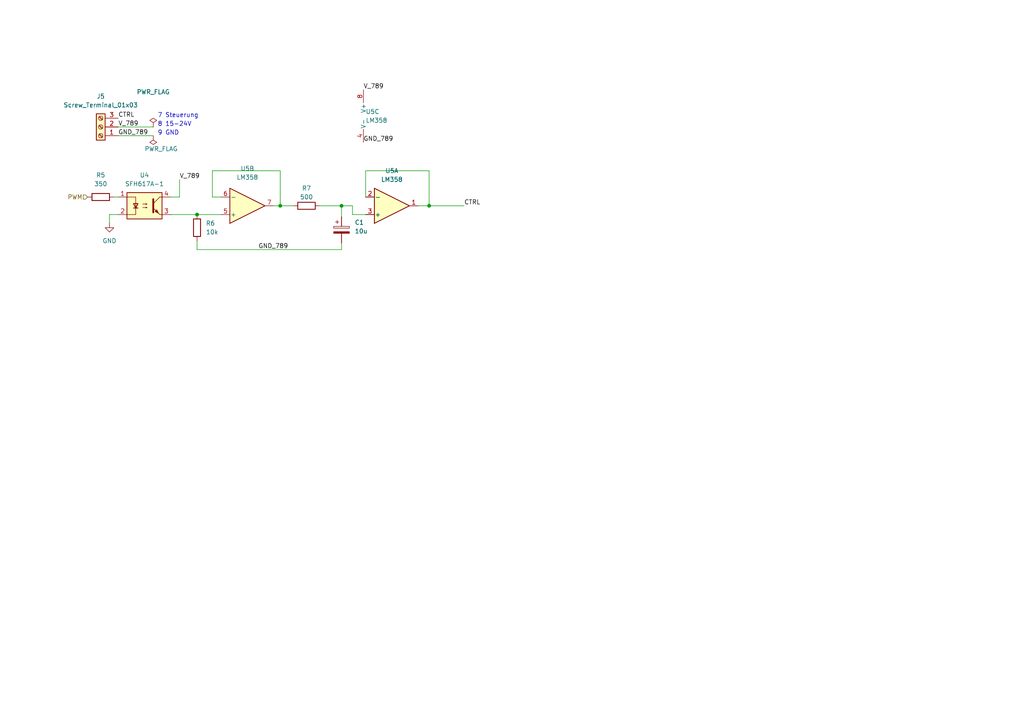
<source format=kicad_sch>
(kicad_sch (version 20211123) (generator eeschema)
  (paper "A4")
  (lib_symbols
    (symbol "Amplifier_Operational:LM358" (pin_names (offset 0.127))
      (property "Reference" "U" (at 0 5.08 0))
      (property "Value" "LM358" (at 0 -5.08 0))
      (symbol "LM358_1_1"
        (polyline (pts (xy -5.08 5.08) (xy 5.08 0) (xy -5.08 -5.08) (xy -5.08 5.08)) (stroke (width 0.254)) (fill (type background)))
        (pin output line (at 7.62 0 180) (length 2.54) (name "~") (number "1"))
        (pin input line (at -7.62 -2.54 0) (length 2.54) (name "-") (number "2"))
        (pin input line (at -7.62 2.54 0) (length 2.54) (name "+") (number "3"))
      )
      (symbol "LM358_2_1"
        (polyline (pts (xy -5.08 5.08) (xy 5.08 0) (xy -5.08 -5.08) (xy -5.08 5.08)) (stroke (width 0.254)) (fill (type background)))
        (pin input line (at -7.62 2.54 0) (length 2.54) (name "+") (number "5"))
        (pin input line (at -7.62 -2.54 0) (length 2.54) (name "-") (number "6"))
        (pin output line (at 7.62 0 180) (length 2.54) (name "~") (number "7"))
      )
      (symbol "LM358_3_1"
        (pin power_in line (at -2.54 -7.62 90) (length 3.81) (name "V-") (number "4"))
        (pin power_in line (at -2.54 7.62 270) (length 3.81) (name "V+") (number "8"))
      )
    )
    (symbol "Connector:Screw_Terminal_01x03" (pin_names (offset 1.016) hide)
      (property "Reference" "J" (at 0 5.08 0))
      (property "Value" "Screw_Terminal_01x03" (at 0 -5.08 0))
      (symbol "Screw_Terminal_01x03_1_1"
        (rectangle (start -1.27 3.81) (end 1.27 -3.81) (stroke (width 0.254)) (fill (type background)))
        (circle (center 0 -2.54) (radius 0.635) (stroke (width 0.1524)))
        (polyline (pts (xy -0.5334 -2.2098) (xy 0.3302 -3.048)) (stroke (width 0.1524)))
        (polyline (pts (xy -0.5334 0.3302) (xy 0.3302 -0.508)) (stroke (width 0.1524)))
        (polyline (pts (xy -0.5334 2.8702) (xy 0.3302 2.032)) (stroke (width 0.1524)))
        (polyline (pts (xy -0.3556 -2.032) (xy 0.508 -2.8702)) (stroke (width 0.1524)))
        (polyline (pts (xy -0.3556 0.508) (xy 0.508 -0.3302)) (stroke (width 0.1524)))
        (polyline (pts (xy -0.3556 3.048) (xy 0.508 2.2098)) (stroke (width 0.1524)))
        (circle (center 0 0) (radius 0.635) (stroke (width 0.1524)))
        (circle (center 0 2.54) (radius 0.635) (stroke (width 0.1524)))
        (pin passive line (at -5.08 2.54 0) (length 3.81) (name "Pin_1") (number "1"))
        (pin passive line (at -5.08 0 0) (length 3.81) (name "Pin_2") (number "2"))
        (pin passive line (at -5.08 -2.54 0) (length 3.81) (name "Pin_3") (number "3"))
      )
    )
    (symbol "Device:C_Polarized" (pin_numbers hide) (pin_names (offset 0.254))
      (property "Reference" "C" (at 0.635 2.54 0))
      (property "Value" "C_Polarized" (at 0.635 -2.54 0))
      (symbol "C_Polarized_0_1"
        (rectangle (start -2.286 0.508) (end 2.286 1.016))
        (polyline (pts (xy -1.778 2.286) (xy -0.762 2.286)))
        (polyline (pts (xy -1.27 2.794) (xy -1.27 1.778)))
        (rectangle (start 2.286 -0.508) (end -2.286 -1.016) (fill (type outline)))
      )
      (symbol "C_Polarized_1_1"
        (pin passive line (at 0 3.81 270) (length 2.794) (name "~") (number "1"))
        (pin passive line (at 0 -3.81 90) (length 2.794) (name "~") (number "2"))
      )
    )
    (symbol "Device:R" (pin_numbers hide) (pin_names (offset 0))
      (property "Reference" "R" (at 2.032 0 90))
      (property "Value" "R" (at 0 0 90))
      (symbol "R_0_1"
        (rectangle (start -1.016 -2.54) (end 1.016 2.54) (stroke (width 0.254)))
      )
      (symbol "R_1_1"
        (pin passive line (at 0 3.81 270) (length 1.27) (name "~") (number "1"))
        (pin passive line (at 0 -3.81 90) (length 1.27) (name "~") (number "2"))
      )
    )
    (symbol "Isolator:SFH617A-1" (pin_names (offset 1.016))
      (property "Reference" "U" (at -5.08 5.08 0))
      (property "Value" "SFH617A-1" (at 0 5.08 0))
      (symbol "SFH617A-1_0_1"
        (rectangle (start -5.08 3.81) (end 5.08 -3.81) (stroke (width 0.254)) (fill (type background)))
        (polyline (pts (xy -3.175 -0.635) (xy -1.905 -0.635)) (stroke (width 0.254)))
        (polyline (pts (xy 2.54 0.635) (xy 4.445 2.54)))
        (polyline (pts (xy 4.445 -2.54) (xy 2.54 -0.635)) (fill (type outline)))
        (polyline (pts (xy 4.445 -2.54) (xy 5.08 -2.54)))
        (polyline (pts (xy 4.445 2.54) (xy 5.08 2.54)))
        (polyline (pts (xy -2.54 -0.635) (xy -2.54 -2.54) (xy -5.08 -2.54)))
        (polyline (pts (xy 2.54 1.905) (xy 2.54 -1.905) (xy 2.54 -1.905)) (stroke (width 0.508)))
        (polyline (pts (xy -5.08 2.54) (xy -2.54 2.54) (xy -2.54 -1.27) (xy -2.54 0.635)))
        (polyline (pts (xy -2.54 -0.635) (xy -3.175 0.635) (xy -1.905 0.635) (xy -2.54 -0.635)) (stroke (width 0.254)))
        (polyline (pts (xy -0.508 -0.508) (xy 0.762 -0.508) (xy 0.381 -0.635) (xy 0.381 -0.381) (xy 0.762 -0.508)))
        (polyline (pts (xy -0.508 0.508) (xy 0.762 0.508) (xy 0.381 0.381) (xy 0.381 0.635) (xy 0.762 0.508)))
        (polyline (pts (xy 3.048 -1.651) (xy 3.556 -1.143) (xy 4.064 -2.159) (xy 3.048 -1.651) (xy 3.048 -1.651)) (fill (type outline)))
      )
      (symbol "SFH617A-1_1_1"
        (pin passive line (at -7.62 2.54 0) (length 2.54) (name "~") (number "1"))
        (pin passive line (at -7.62 -2.54 0) (length 2.54) (name "~") (number "2"))
        (pin passive line (at 7.62 -2.54 180) (length 2.54) (name "~") (number "3"))
        (pin passive line (at 7.62 2.54 180) (length 2.54) (name "~") (number "4"))
      )
    )
    (symbol "power:GND" (power) (pin_names (offset 0))
      (property "Value" "GND" (at 0 -3.81 0))
      (symbol "GND_0_1"
        (polyline (pts (xy 0 0) (xy 0 -1.27) (xy 1.27 -1.27) (xy 0 -2.54) (xy -1.27 -1.27) (xy 0 -1.27)))
      )
      (symbol "GND_1_1"
        (pin power_in line (at 0 0 270) (length 0) hide (name "GND") (number "1"))
      )
    )
    (symbol "power:PWR_FLAG" (power) (pin_numbers hide) (pin_names (offset 0) hide)
      (property "Value" "PWR_FLAG" (at 0 3.81 0))
      (symbol "PWR_FLAG_0_0"
        (pin power_out line (at 0 0 90) (length 0) (name "pwr") (number "1"))
      )
      (symbol "PWR_FLAG_0_1"
        (polyline (pts (xy 0 0) (xy 0 1.27) (xy -1.016 1.905) (xy 0 2.54) (xy 1.016 1.905) (xy 0 1.27)))
      )
    )
  )
  (junction (at 124.46 59.69))
  (junction (at 81.28 59.69))
  (junction (at 99.06 59.69))
  (junction (at 57.15 62.23))
  (wire (pts (xy 92.71 59.69) (xy 99.06 59.69)))
  (wire (pts (xy 124.46 49.53) (xy 124.46 59.69)))
  (wire (pts (xy 34.29 36.83) (xy 44.45 36.83)))
  (wire (pts (xy 33.02 57.15) (xy 34.29 57.15)))
  (wire (pts (xy 52.07 57.15) (xy 49.53 57.15)))
  (wire (pts (xy 99.06 70.485) (xy 99.06 72.39)))
  (wire (pts (xy 34.29 62.23) (xy 31.75 62.23)))
  (wire (pts (xy 99.06 62.865) (xy 99.06 59.69)))
  (wire (pts (xy 49.53 62.23) (xy 57.15 62.23)))
  (wire (pts (xy 61.595 49.53) (xy 81.28 49.53)))
  (wire (pts (xy 102.235 59.69) (xy 99.06 59.69)))
  (wire (pts (xy 81.28 59.69) (xy 79.375 59.69)))
  (wire (pts (xy 57.15 62.23) (xy 64.135 62.23)))
  (wire (pts (xy 57.15 72.39) (xy 99.06 72.39)))
  (wire (pts (xy 102.235 59.69) (xy 102.235 62.23)))
  (wire (pts (xy 106.045 49.53) (xy 124.46 49.53)))
  (wire (pts (xy 31.75 62.23) (xy 31.75 64.77)))
  (wire (pts (xy 64.135 57.15) (xy 61.595 57.15)))
  (wire (pts (xy 81.28 59.69) (xy 85.09 59.69)))
  (wire (pts (xy 52.07 52.07) (xy 52.07 57.15)))
  (wire (pts (xy 121.285 59.69) (xy 124.46 59.69)))
  (wire (pts (xy 81.28 49.53) (xy 81.28 59.69)))
  (wire (pts (xy 106.045 49.53) (xy 106.045 57.15)))
  (wire (pts (xy 61.595 57.15) (xy 61.595 49.53)))
  (wire (pts (xy 57.15 69.85) (xy 57.15 72.39)))
  (wire (pts (xy 102.235 62.23) (xy 106.045 62.23)))
  (wire (pts (xy 124.46 59.69) (xy 134.62 59.69)))
  (wire (pts (xy 34.29 39.37) (xy 44.45 39.37)))
  (text "9 GND" (at 45.72 39.37 0) (effects (font (size 1.27 1.27)) (justify left bottom)))
  (text "8 15-24V" (at 45.72 36.83 0) (effects (font (size 1.27 1.27)) (justify left bottom)))
  (text "7 Steuerung" (at 45.72 34.29 0) (effects (font (size 1.27 1.27)) (justify left bottom)))
  (label "CTRL" (at 134.62 59.69 0))
  (label "GND_789" (at 34.29 39.37 0))
  (label "V_789" (at 34.29 36.83 0))
  (label "CTRL" (at 34.29 34.29 0))
  (label "GND_789" (at 105.41 41.275 0))
  (label "V_789" (at 52.07 52.07 0))
  (label "GND_789" (at 74.93 72.39 0))
  (label "V_789" (at 105.41 26.035 0))
  (hierarchical_label "PWM" (shape input) (at 25.4 57.15 180))
  (symbol (lib_id "Amplifier_Operational:LM358") (at 113.665 59.69 0) (mirror x) (unit 1)
    (property "Reference" "U5" (at 113.665 49.53 0))
    (property "Value" "LM358" (at 113.665 52.07 0))
    (property "Footprint" "Package_SO:SOIC-8_3.9x4.9mm_P1.27mm" (effects hide))
    (property "Datasheet" "http://www.ti.com/lit/ds/symlink/lm2904-n.pdf" (effects hide))
  )
  (symbol (lib_id "Device:C_Polarized") (at 99.06 66.675 0) (unit 1)
    (property "Reference" "C1" (at 102.87 64.5159 0) (effects (justify left)))
    (property "Value" "10u" (at 102.87 67.0559 0) (effects (justify left)))
    (property "Footprint" "Capacitor_THT:CP_Radial_D8.0mm_P2.50mm" (effects hide))
  )
  (symbol (lib_id "Device:R") (at 57.15 66.04 180) (unit 1)
    (property "Reference" "R6" (at 59.69 64.7699 0) (effects (justify right)))
    (property "Value" "10k" (at 59.69 67.3099 0) (effects (justify right)))
    (property "Footprint" "Resistor_SMD:R_0603_1608Metric_Pad0.98x0.95mm_HandSolder" (effects hide))
  )
  (symbol (lib_id "power:PWR_FLAG") (at 44.45 39.37 180) (unit 1)
    (property "Reference" "#FLG0104" (effects hide))
    (property "Value" "PWR_FLAG" (at 41.91 43.18 0) (effects (justify right)))
  )
  (symbol (lib_id "Device:R") (at 29.21 57.15 90) (unit 1)
    (property "Reference" "R5" (at 29.21 50.8 90))
    (property "Value" "350" (at 29.21 53.34 90))
    (property "Footprint" "Resistor_SMD:R_0603_1608Metric_Pad0.98x0.95mm_HandSolder" (effects hide))
  )
  (symbol (lib_id "power:GND") (at 31.75 64.77 0) (unit 1)
    (property "Reference" "#PWR0104" (effects hide))
    (property "Value" "GND" (at 31.75 69.85 0))
  )
  (symbol (lib_id "Connector:Screw_Terminal_01x03") (at 29.21 36.83 180) (unit 1)
    (property "Reference" "J5" (at 29.21 27.94 0))
    (property "Value" "Screw_Terminal_01x03" (at 29.21 30.48 0))
    (property "Footprint" "TerminalBlock:TerminalBlock_bornier-3_P5.08mm" (effects hide))
  )
  (symbol (lib_id "Device:R") (at 88.9 59.69 90) (unit 1)
    (property "Reference" "R7" (at 88.9 54.61 90))
    (property "Value" "500" (at 88.9 57.15 90))
    (property "Footprint" "Resistor_SMD:R_0603_1608Metric_Pad0.98x0.95mm_HandSolder" (effects hide))
  )
  (symbol (lib_id "power:PWR_FLAG") (at 44.45 36.83 0) (unit 1)
    (property "Reference" "#FLG0105" (effects hide))
    (property "Value" "PWR_FLAG" (at 44.45 26.67 0))
  )
  (symbol (lib_id "Amplifier_Operational:LM358") (at 107.95 33.655 0) (unit 3)
    (property "Reference" "U5" (at 106.045 32.3849 0) (effects (justify left)))
    (property "Value" "LM358" (at 106.045 34.9249 0) (effects (justify left)))
    (property "Footprint" "Package_SO:SOIC-8_3.9x4.9mm_P1.27mm" (effects hide))
    (property "Datasheet" "http://www.ti.com/lit/ds/symlink/lm2904-n.pdf" (effects hide))
  )
  (symbol (lib_id "Isolator:SFH617A-1") (at 41.91 59.69 0) (unit 1)
    (property "Reference" "U4" (at 41.91 50.8 0))
    (property "Value" "SFH617A-1" (at 41.91 53.34 0))
    (property "Footprint" "Package_DIP:DIP-4_W7.62mm" (effects hide))
    (property "Datasheet" "http://www.vishay.com/docs/83740/sfh617a.pdf" (effects hide))
  )
  (symbol (lib_id "Amplifier_Operational:LM358") (at 71.755 59.69 0) (mirror x) (unit 2)
    (property "Reference" "U5" (at 71.755 48.895 0))
    (property "Value" "LM358" (at 71.755 51.435 0))
    (property "Footprint" "Package_SO:SOIC-8_3.9x4.9mm_P1.27mm" (effects hide))
    (property "Datasheet" "http://www.ti.com/lit/ds/symlink/lm2904-n.pdf" (effects hide))
  )
)
</source>
